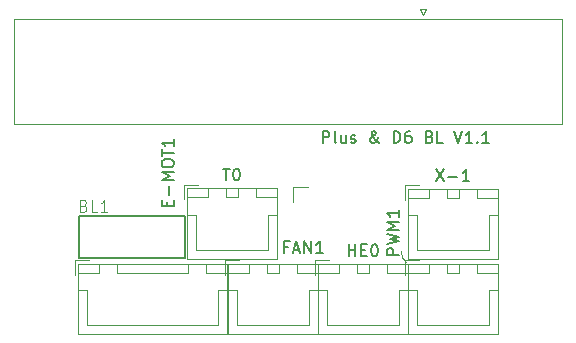
<source format=gbr>
G04 #@! TF.GenerationSoftware,KiCad,Pcbnew,(5.1.4)-1*
G04 #@! TF.CreationDate,2019-09-08T23:13:03+02:00*
G04 #@! TF.ProjectId,wanhao extruder pcb,77616e68-616f-4206-9578-747275646572,rev?*
G04 #@! TF.SameCoordinates,PXbb169cePY653deea*
G04 #@! TF.FileFunction,Legend,Top*
G04 #@! TF.FilePolarity,Positive*
%FSLAX46Y46*%
G04 Gerber Fmt 4.6, Leading zero omitted, Abs format (unit mm)*
G04 Created by KiCad (PCBNEW (5.1.4)-1) date 2019-09-08 23:13:03*
%MOMM*%
%LPD*%
G04 APERTURE LIST*
%ADD10C,0.150000*%
%ADD11C,0.120000*%
%ADD12C,0.127000*%
%ADD13C,0.050000*%
G04 APERTURE END LIST*
D10*
X-15011414Y16547228D02*
X-15011414Y17547228D01*
X-14630462Y17547228D01*
X-14535224Y17499608D01*
X-14487604Y17451989D01*
X-14439985Y17356751D01*
X-14439985Y17213894D01*
X-14487604Y17118656D01*
X-14535224Y17071037D01*
X-14630462Y17023418D01*
X-15011414Y17023418D01*
X-13868557Y16547228D02*
X-13963795Y16594847D01*
X-14011414Y16690085D01*
X-14011414Y17547228D01*
X-13059033Y17213894D02*
X-13059033Y16547228D01*
X-13487604Y17213894D02*
X-13487604Y16690085D01*
X-13439985Y16594847D01*
X-13344747Y16547228D01*
X-13201890Y16547228D01*
X-13106652Y16594847D01*
X-13059033Y16642466D01*
X-12630462Y16594847D02*
X-12535224Y16547228D01*
X-12344747Y16547228D01*
X-12249509Y16594847D01*
X-12201890Y16690085D01*
X-12201890Y16737704D01*
X-12249509Y16832942D01*
X-12344747Y16880561D01*
X-12487604Y16880561D01*
X-12582843Y16928180D01*
X-12630462Y17023418D01*
X-12630462Y17071037D01*
X-12582843Y17166275D01*
X-12487604Y17213894D01*
X-12344747Y17213894D01*
X-12249509Y17166275D01*
X-10201890Y16547228D02*
X-10249509Y16547228D01*
X-10344747Y16594847D01*
X-10487604Y16737704D01*
X-10725700Y17023418D01*
X-10820938Y17166275D01*
X-10868557Y17309132D01*
X-10868557Y17404370D01*
X-10820938Y17499608D01*
X-10725700Y17547228D01*
X-10678081Y17547228D01*
X-10582843Y17499608D01*
X-10535224Y17404370D01*
X-10535224Y17356751D01*
X-10582843Y17261513D01*
X-10630462Y17213894D01*
X-10916176Y17023418D01*
X-10963795Y16975799D01*
X-11011414Y16880561D01*
X-11011414Y16737704D01*
X-10963795Y16642466D01*
X-10916176Y16594847D01*
X-10820938Y16547228D01*
X-10678081Y16547228D01*
X-10582843Y16594847D01*
X-10535224Y16642466D01*
X-10392366Y16832942D01*
X-10344747Y16975799D01*
X-10344747Y17071037D01*
X-9011414Y16547228D02*
X-9011414Y17547228D01*
X-8773319Y17547228D01*
X-8630462Y17499608D01*
X-8535224Y17404370D01*
X-8487604Y17309132D01*
X-8439985Y17118656D01*
X-8439985Y16975799D01*
X-8487604Y16785323D01*
X-8535224Y16690085D01*
X-8630462Y16594847D01*
X-8773319Y16547228D01*
X-9011414Y16547228D01*
X-7582843Y17547228D02*
X-7773319Y17547228D01*
X-7868557Y17499608D01*
X-7916176Y17451989D01*
X-8011414Y17309132D01*
X-8059033Y17118656D01*
X-8059033Y16737704D01*
X-8011414Y16642466D01*
X-7963795Y16594847D01*
X-7868557Y16547228D01*
X-7678081Y16547228D01*
X-7582843Y16594847D01*
X-7535224Y16642466D01*
X-7487604Y16737704D01*
X-7487604Y16975799D01*
X-7535224Y17071037D01*
X-7582843Y17118656D01*
X-7678081Y17166275D01*
X-7868557Y17166275D01*
X-7963795Y17118656D01*
X-8011414Y17071037D01*
X-8059033Y16975799D01*
X-5963795Y17071037D02*
X-5820938Y17023418D01*
X-5773319Y16975799D01*
X-5725700Y16880561D01*
X-5725700Y16737704D01*
X-5773319Y16642466D01*
X-5820938Y16594847D01*
X-5916176Y16547228D01*
X-6297128Y16547228D01*
X-6297128Y17547228D01*
X-5963795Y17547228D01*
X-5868557Y17499608D01*
X-5820938Y17451989D01*
X-5773319Y17356751D01*
X-5773319Y17261513D01*
X-5820938Y17166275D01*
X-5868557Y17118656D01*
X-5963795Y17071037D01*
X-6297128Y17071037D01*
X-4820938Y16547228D02*
X-5297128Y16547228D01*
X-5297128Y17547228D01*
X-3868557Y17547228D02*
X-3535224Y16547228D01*
X-3201890Y17547228D01*
X-2344747Y16547228D02*
X-2916176Y16547228D01*
X-2630462Y16547228D02*
X-2630462Y17547228D01*
X-2725700Y17404370D01*
X-2820938Y17309132D01*
X-2916176Y17261513D01*
X-1916176Y16642466D02*
X-1868557Y16594847D01*
X-1916176Y16547228D01*
X-1963795Y16594847D01*
X-1916176Y16642466D01*
X-1916176Y16547228D01*
X-916176Y16547228D02*
X-1487605Y16547228D01*
X-1201890Y16547228D02*
X-1201890Y17547228D01*
X-1297128Y17404370D01*
X-1392366Y17309132D01*
X-1487605Y17261513D01*
D11*
X-7848860Y6376288D02*
G75*
G02X-8350548Y7345843I588075J918869D01*
G01*
X-16272204Y12845507D02*
X-17522204Y12845507D01*
X-17522204Y12845507D02*
X-17522204Y11595507D01*
X-41110722Y27033958D02*
X5229278Y27033958D01*
X-41110722Y27033958D02*
X-41110722Y18153958D01*
X5229278Y18153958D02*
X5229278Y27033958D01*
X5229278Y18153958D02*
X-41110722Y18153958D01*
X-6510722Y27419958D02*
X-6256722Y27927958D01*
X-6256722Y27927958D02*
X-6764722Y27927958D01*
X-6764722Y27927958D02*
X-6510722Y27419958D01*
D12*
X-35638355Y6849704D02*
X-35638355Y10349704D01*
X-26638355Y6849704D02*
X-35638355Y6849704D01*
X-26638355Y10349704D02*
X-26638355Y6849704D01*
X-35638355Y10349704D02*
X-26638355Y10349704D01*
D11*
X-36020484Y6630811D02*
X-36020484Y5380811D01*
X-34770484Y6630811D02*
X-36020484Y6630811D01*
X-23870484Y1130811D02*
X-29420484Y1130811D01*
X-23870484Y4080811D02*
X-23870484Y1130811D01*
X-23120484Y4080811D02*
X-23870484Y4080811D01*
X-34970484Y1130811D02*
X-29420484Y1130811D01*
X-34970484Y4080811D02*
X-34970484Y1130811D01*
X-35720484Y4080811D02*
X-34970484Y4080811D01*
X-23120484Y6330811D02*
X-24920484Y6330811D01*
X-23120484Y5580811D02*
X-23120484Y6330811D01*
X-24920484Y5580811D02*
X-23120484Y5580811D01*
X-24920484Y6330811D02*
X-24920484Y5580811D01*
X-33920484Y6330811D02*
X-35720484Y6330811D01*
X-33920484Y5580811D02*
X-33920484Y6330811D01*
X-35720484Y5580811D02*
X-33920484Y5580811D01*
X-35720484Y6330811D02*
X-35720484Y5580811D01*
X-26420484Y6330811D02*
X-32420484Y6330811D01*
X-26420484Y5580811D02*
X-26420484Y6330811D01*
X-32420484Y5580811D02*
X-26420484Y5580811D01*
X-32420484Y6330811D02*
X-32420484Y5580811D01*
X-23110484Y6340811D02*
X-35730484Y6340811D01*
X-23110484Y370811D02*
X-23110484Y6340811D01*
X-35730484Y370811D02*
X-23110484Y370811D01*
X-35730484Y6340811D02*
X-35730484Y370811D01*
X-7790484Y12690811D02*
X-7790484Y6720811D01*
X-7790484Y6720811D02*
X-170484Y6720811D01*
X-170484Y6720811D02*
X-170484Y12690811D01*
X-170484Y12690811D02*
X-7790484Y12690811D01*
X-4480484Y12680811D02*
X-4480484Y11930811D01*
X-4480484Y11930811D02*
X-3480484Y11930811D01*
X-3480484Y11930811D02*
X-3480484Y12680811D01*
X-3480484Y12680811D02*
X-4480484Y12680811D01*
X-7780484Y12680811D02*
X-7780484Y11930811D01*
X-7780484Y11930811D02*
X-5980484Y11930811D01*
X-5980484Y11930811D02*
X-5980484Y12680811D01*
X-5980484Y12680811D02*
X-7780484Y12680811D01*
X-1980484Y12680811D02*
X-1980484Y11930811D01*
X-1980484Y11930811D02*
X-180484Y11930811D01*
X-180484Y11930811D02*
X-180484Y12680811D01*
X-180484Y12680811D02*
X-1980484Y12680811D01*
X-7780484Y10430811D02*
X-7030484Y10430811D01*
X-7030484Y10430811D02*
X-7030484Y7480811D01*
X-7030484Y7480811D02*
X-3980484Y7480811D01*
X-180484Y10430811D02*
X-930484Y10430811D01*
X-930484Y10430811D02*
X-930484Y7480811D01*
X-930484Y7480811D02*
X-3980484Y7480811D01*
X-6830484Y12980811D02*
X-8080484Y12980811D01*
X-8080484Y12980811D02*
X-8080484Y11730811D01*
X-26498355Y12739704D02*
X-26498355Y6769704D01*
X-26498355Y6769704D02*
X-18878355Y6769704D01*
X-18878355Y6769704D02*
X-18878355Y12739704D01*
X-18878355Y12739704D02*
X-26498355Y12739704D01*
X-23188355Y12729704D02*
X-23188355Y11979704D01*
X-23188355Y11979704D02*
X-22188355Y11979704D01*
X-22188355Y11979704D02*
X-22188355Y12729704D01*
X-22188355Y12729704D02*
X-23188355Y12729704D01*
X-26488355Y12729704D02*
X-26488355Y11979704D01*
X-26488355Y11979704D02*
X-24688355Y11979704D01*
X-24688355Y11979704D02*
X-24688355Y12729704D01*
X-24688355Y12729704D02*
X-26488355Y12729704D01*
X-20688355Y12729704D02*
X-20688355Y11979704D01*
X-20688355Y11979704D02*
X-18888355Y11979704D01*
X-18888355Y11979704D02*
X-18888355Y12729704D01*
X-18888355Y12729704D02*
X-20688355Y12729704D01*
X-26488355Y10479704D02*
X-25738355Y10479704D01*
X-25738355Y10479704D02*
X-25738355Y7529704D01*
X-25738355Y7529704D02*
X-22688355Y7529704D01*
X-18888355Y10479704D02*
X-19638355Y10479704D01*
X-19638355Y10479704D02*
X-19638355Y7529704D01*
X-19638355Y7529704D02*
X-22688355Y7529704D01*
X-25538355Y13029704D02*
X-26788355Y13029704D01*
X-26788355Y13029704D02*
X-26788355Y11779704D01*
X-8080484Y6630811D02*
X-8080484Y5380811D01*
X-6830484Y6630811D02*
X-8080484Y6630811D01*
X-930484Y1130811D02*
X-3980484Y1130811D01*
X-930484Y4080811D02*
X-930484Y1130811D01*
X-180484Y4080811D02*
X-930484Y4080811D01*
X-7030484Y1130811D02*
X-3980484Y1130811D01*
X-7030484Y4080811D02*
X-7030484Y1130811D01*
X-7780484Y4080811D02*
X-7030484Y4080811D01*
X-180484Y6330811D02*
X-1980484Y6330811D01*
X-180484Y5580811D02*
X-180484Y6330811D01*
X-1980484Y5580811D02*
X-180484Y5580811D01*
X-1980484Y6330811D02*
X-1980484Y5580811D01*
X-5980484Y6330811D02*
X-7780484Y6330811D01*
X-5980484Y5580811D02*
X-5980484Y6330811D01*
X-7780484Y5580811D02*
X-5980484Y5580811D01*
X-7780484Y6330811D02*
X-7780484Y5580811D01*
X-3480484Y6330811D02*
X-4480484Y6330811D01*
X-3480484Y5580811D02*
X-3480484Y6330811D01*
X-4480484Y5580811D02*
X-3480484Y5580811D01*
X-4480484Y6330811D02*
X-4480484Y5580811D01*
X-170484Y6340811D02*
X-7790484Y6340811D01*
X-170484Y370811D02*
X-170484Y6340811D01*
X-7790484Y370811D02*
X-170484Y370811D01*
X-7790484Y6340811D02*
X-7790484Y370811D01*
X-15700484Y6630811D02*
X-15700484Y5380811D01*
X-14450484Y6630811D02*
X-15700484Y6630811D01*
X-8550484Y1130811D02*
X-11600484Y1130811D01*
X-8550484Y4080811D02*
X-8550484Y1130811D01*
X-7800484Y4080811D02*
X-8550484Y4080811D01*
X-14650484Y1130811D02*
X-11600484Y1130811D01*
X-14650484Y4080811D02*
X-14650484Y1130811D01*
X-15400484Y4080811D02*
X-14650484Y4080811D01*
X-7800484Y6330811D02*
X-9600484Y6330811D01*
X-7800484Y5580811D02*
X-7800484Y6330811D01*
X-9600484Y5580811D02*
X-7800484Y5580811D01*
X-9600484Y6330811D02*
X-9600484Y5580811D01*
X-13600484Y6330811D02*
X-15400484Y6330811D01*
X-13600484Y5580811D02*
X-13600484Y6330811D01*
X-15400484Y5580811D02*
X-13600484Y5580811D01*
X-15400484Y6330811D02*
X-15400484Y5580811D01*
X-11100484Y6330811D02*
X-12100484Y6330811D01*
X-11100484Y5580811D02*
X-11100484Y6330811D01*
X-12100484Y5580811D02*
X-11100484Y5580811D01*
X-12100484Y6330811D02*
X-12100484Y5580811D01*
X-7790484Y6340811D02*
X-15410484Y6340811D01*
X-7790484Y370811D02*
X-7790484Y6340811D01*
X-15410484Y370811D02*
X-7790484Y370811D01*
X-15410484Y6340811D02*
X-15410484Y370811D01*
X-23320484Y6630811D02*
X-23320484Y5380811D01*
X-22070484Y6630811D02*
X-23320484Y6630811D01*
X-16170484Y1130811D02*
X-19220484Y1130811D01*
X-16170484Y4080811D02*
X-16170484Y1130811D01*
X-15420484Y4080811D02*
X-16170484Y4080811D01*
X-22270484Y1130811D02*
X-19220484Y1130811D01*
X-22270484Y4080811D02*
X-22270484Y1130811D01*
X-23020484Y4080811D02*
X-22270484Y4080811D01*
X-15420484Y6330811D02*
X-17220484Y6330811D01*
X-15420484Y5580811D02*
X-15420484Y6330811D01*
X-17220484Y5580811D02*
X-15420484Y5580811D01*
X-17220484Y6330811D02*
X-17220484Y5580811D01*
X-21220484Y6330811D02*
X-23020484Y6330811D01*
X-21220484Y5580811D02*
X-21220484Y6330811D01*
X-23020484Y5580811D02*
X-21220484Y5580811D01*
X-23020484Y6330811D02*
X-23020484Y5580811D01*
X-18720484Y6330811D02*
X-19720484Y6330811D01*
X-18720484Y5580811D02*
X-18720484Y6330811D01*
X-19720484Y5580811D02*
X-18720484Y5580811D01*
X-19720484Y6330811D02*
X-19720484Y5580811D01*
X-15410484Y6340811D02*
X-23030484Y6340811D01*
X-15410484Y370811D02*
X-15410484Y6340811D01*
X-23030484Y370811D02*
X-15410484Y370811D01*
X-23030484Y6340811D02*
X-23030484Y370811D01*
D13*
X-35250008Y11256133D02*
X-35107151Y11208514D01*
X-35059532Y11160895D01*
X-35011913Y11065657D01*
X-35011913Y10922800D01*
X-35059532Y10827562D01*
X-35107151Y10779943D01*
X-35202389Y10732324D01*
X-35583342Y10732324D01*
X-35583342Y11732324D01*
X-35250008Y11732324D01*
X-35154770Y11684704D01*
X-35107151Y11637085D01*
X-35059532Y11541847D01*
X-35059532Y11446609D01*
X-35107151Y11351371D01*
X-35154770Y11303752D01*
X-35250008Y11256133D01*
X-35583342Y11256133D01*
X-34107151Y10732324D02*
X-34583342Y10732324D01*
X-34583342Y11732324D01*
X-33250008Y10732324D02*
X-33821437Y10732324D01*
X-33535723Y10732324D02*
X-33535723Y11732324D01*
X-33630961Y11589466D01*
X-33726199Y11494228D01*
X-33821437Y11446609D01*
D10*
X-28161913Y11255097D02*
X-28161913Y11588431D01*
X-27638104Y11731288D02*
X-27638104Y11255097D01*
X-28638104Y11255097D01*
X-28638104Y11731288D01*
X-28019056Y12159859D02*
X-28019056Y12921764D01*
X-27638104Y13397954D02*
X-28638104Y13397954D01*
X-27923818Y13731288D01*
X-28638104Y14064621D01*
X-27638104Y14064621D01*
X-28638104Y14731288D02*
X-28638104Y14921764D01*
X-28590484Y15017002D01*
X-28495246Y15112240D01*
X-28304770Y15159859D01*
X-27971437Y15159859D01*
X-27780961Y15112240D01*
X-27685723Y15017002D01*
X-27638104Y14921764D01*
X-27638104Y14731288D01*
X-27685723Y14636050D01*
X-27780961Y14540811D01*
X-27971437Y14493192D01*
X-28304770Y14493192D01*
X-28495246Y14540811D01*
X-28590484Y14636050D01*
X-28638104Y14731288D01*
X-28638104Y15445573D02*
X-28638104Y16017002D01*
X-27638104Y15731288D02*
X-28638104Y15731288D01*
X-27638104Y16874145D02*
X-27638104Y16302716D01*
X-27638104Y16588431D02*
X-28638104Y16588431D01*
X-28495246Y16493192D01*
X-28400008Y16397954D01*
X-28352389Y16302716D01*
X-5409056Y14328431D02*
X-4742389Y13328431D01*
X-4742389Y14328431D02*
X-5409056Y13328431D01*
X-4361437Y13709383D02*
X-3599532Y13709383D01*
X-2599532Y13328431D02*
X-3170961Y13328431D01*
X-2885246Y13328431D02*
X-2885246Y14328431D01*
X-2980484Y14185573D01*
X-3075723Y14090335D01*
X-3170961Y14042716D01*
X-23450260Y14377324D02*
X-22878832Y14377324D01*
X-23164546Y13377324D02*
X-23164546Y14377324D01*
X-22355022Y14377324D02*
X-22259784Y14377324D01*
X-22164546Y14329704D01*
X-22116927Y14282085D01*
X-22069308Y14186847D01*
X-22021689Y13996371D01*
X-22021689Y13758276D01*
X-22069308Y13567800D01*
X-22116927Y13472562D01*
X-22164546Y13424943D01*
X-22259784Y13377324D01*
X-22355022Y13377324D01*
X-22450260Y13424943D01*
X-22497879Y13472562D01*
X-22545498Y13567800D01*
X-22593117Y13758276D01*
X-22593117Y13996371D01*
X-22545498Y14186847D01*
X-22497879Y14282085D01*
X-22450260Y14329704D01*
X-22355022Y14377324D01*
X-8588104Y7079859D02*
X-9588104Y7079859D01*
X-9588104Y7460811D01*
X-9540484Y7556050D01*
X-9492865Y7603669D01*
X-9397627Y7651288D01*
X-9254770Y7651288D01*
X-9159532Y7603669D01*
X-9111913Y7556050D01*
X-9064294Y7460811D01*
X-9064294Y7079859D01*
X-9588104Y7984621D02*
X-8588104Y8222716D01*
X-9302389Y8413192D01*
X-8588104Y8603669D01*
X-9588104Y8841764D01*
X-8588104Y9222716D02*
X-9588104Y9222716D01*
X-8873818Y9556050D01*
X-9588104Y9889383D01*
X-8588104Y9889383D01*
X-8588104Y10889383D02*
X-8588104Y10317954D01*
X-8588104Y10603669D02*
X-9588104Y10603669D01*
X-9445246Y10508431D01*
X-9350008Y10413192D01*
X-9302389Y10317954D01*
X-12814770Y6978431D02*
X-12814770Y7978431D01*
X-12814770Y7502240D02*
X-12243342Y7502240D01*
X-12243342Y6978431D02*
X-12243342Y7978431D01*
X-11767151Y7502240D02*
X-11433818Y7502240D01*
X-11290961Y6978431D02*
X-11767151Y6978431D01*
X-11767151Y7978431D01*
X-11290961Y7978431D01*
X-10671913Y7978431D02*
X-10576675Y7978431D01*
X-10481437Y7930811D01*
X-10433818Y7883192D01*
X-10386199Y7787954D01*
X-10338580Y7597478D01*
X-10338580Y7359383D01*
X-10386199Y7168907D01*
X-10433818Y7073669D01*
X-10481437Y7026050D01*
X-10576675Y6978431D01*
X-10671913Y6978431D01*
X-10767151Y7026050D01*
X-10814770Y7073669D01*
X-10862389Y7168907D01*
X-10910008Y7359383D01*
X-10910008Y7597478D01*
X-10862389Y7787954D01*
X-10814770Y7883192D01*
X-10767151Y7930811D01*
X-10671913Y7978431D01*
X-17946199Y7762240D02*
X-18279532Y7762240D01*
X-18279532Y7238431D02*
X-18279532Y8238431D01*
X-17803342Y8238431D01*
X-17470008Y7524145D02*
X-16993818Y7524145D01*
X-17565246Y7238431D02*
X-17231913Y8238431D01*
X-16898580Y7238431D01*
X-16565246Y7238431D02*
X-16565246Y8238431D01*
X-15993818Y7238431D01*
X-15993818Y8238431D01*
X-14993818Y7238431D02*
X-15565246Y7238431D01*
X-15279532Y7238431D02*
X-15279532Y8238431D01*
X-15374770Y8095573D01*
X-15470008Y8000335D01*
X-15565246Y7952716D01*
M02*

</source>
